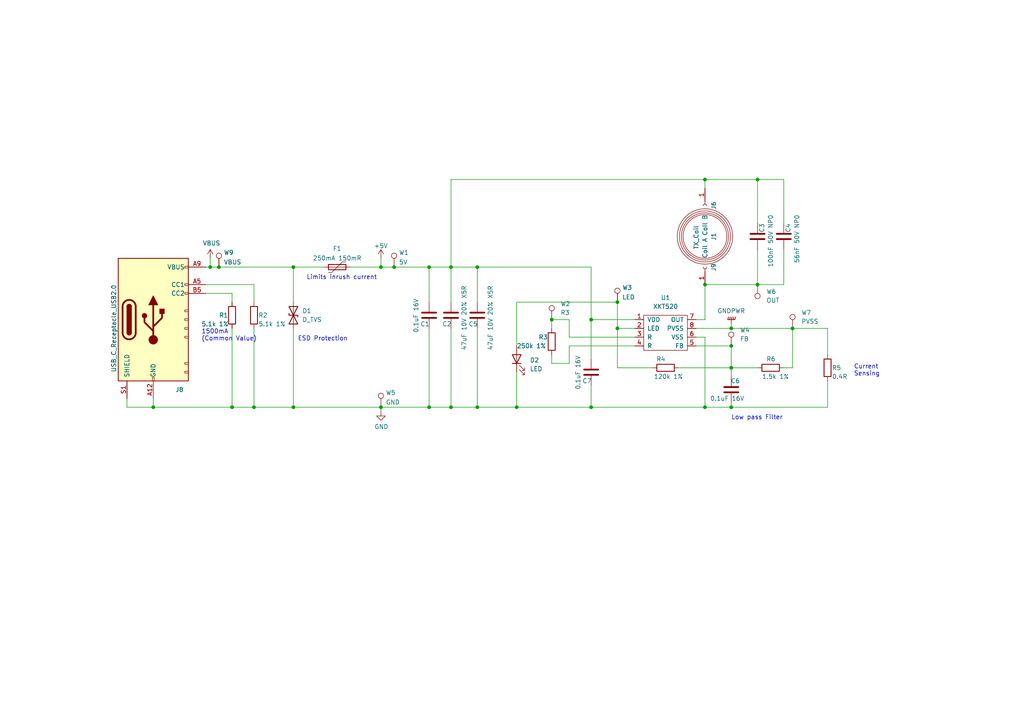
<source format=kicad_sch>
(kicad_sch (version 20211123) (generator eeschema)
  (paper "A4")
  (lib_symbols
    (symbol "Connector:Conn_01x01_Female" (pin_names (offset 1.016) hide)
      (property "Reference" "J" (at 0 2.54 0))
      (property "Value" "Conn_01x01_Female" (at 0 -2.54 0))
      (symbol "Conn_01x01_Female_1_1"
        (polyline (pts (xy -1.27 0) (xy -0.508 0)) (stroke (width 0.1524)))
        (arc (start 0 0.508) (mid -0.508 0) (end 0 -0.508) (stroke (width 0.1524)))
        (pin passive line (at -5.08 0 0) (length 3.81) (name "Pin_1") (number "1"))
      )
    )
    (symbol "Device:C" (pin_numbers hide) (pin_names (offset 0.254))
      (property "Reference" "C" (at 0.635 2.54 0))
      (property "Value" "C" (at 0.635 -2.54 0))
      (symbol "C_0_1"
        (polyline (pts (xy -2.032 -0.762) (xy 2.032 -0.762)) (stroke (width 0.508)))
        (polyline (pts (xy -2.032 0.762) (xy 2.032 0.762)) (stroke (width 0.508)))
      )
      (symbol "C_1_1"
        (pin passive line (at 0 3.81 270) (length 2.794) (name "~") (number "1"))
        (pin passive line (at 0 -3.81 90) (length 2.794) (name "~") (number "2"))
      )
    )
    (symbol "Device:D_TVS" (pin_numbers hide) (pin_names (offset 1.016) hide)
      (property "Reference" "D" (at 0 2.54 0))
      (property "Value" "D_TVS" (at 0 -2.54 0))
      (symbol "D_TVS_0_1"
        (polyline (pts (xy 1.27 0) (xy -1.27 0)))
        (polyline (pts (xy 0.508 1.27) (xy 0 1.27) (xy 0 -1.27) (xy -0.508 -1.27)) (stroke (width 0.254)))
        (polyline (pts (xy -2.54 1.27) (xy -2.54 -1.27) (xy 2.54 1.27) (xy 2.54 -1.27) (xy -2.54 1.27)) (stroke (width 0.254)))
      )
      (symbol "D_TVS_1_1"
        (pin passive line (at -3.81 0 0) (length 2.54) (name "A1") (number "1"))
        (pin passive line (at 3.81 0 180) (length 2.54) (name "A2") (number "2"))
      )
    )
    (symbol "Device:LED" (pin_numbers hide) (pin_names (offset 1.016) hide)
      (property "Reference" "D" (at 0 2.54 0))
      (property "Value" "LED" (at 0 -2.54 0))
      (symbol "LED_0_1"
        (polyline (pts (xy -1.27 -1.27) (xy -1.27 1.27)) (stroke (width 0.254)))
        (polyline (pts (xy -1.27 0) (xy 1.27 0)))
        (polyline (pts (xy 1.27 -1.27) (xy 1.27 1.27) (xy -1.27 0) (xy 1.27 -1.27)) (stroke (width 0.254)))
        (polyline (pts (xy -3.048 -0.762) (xy -4.572 -2.286) (xy -3.81 -2.286) (xy -4.572 -2.286) (xy -4.572 -1.524)))
        (polyline (pts (xy -1.778 -0.762) (xy -3.302 -2.286) (xy -2.54 -2.286) (xy -3.302 -2.286) (xy -3.302 -1.524)))
      )
      (symbol "LED_1_1"
        (pin passive line (at -3.81 0 0) (length 2.54) (name "K") (number "1"))
        (pin passive line (at 3.81 0 180) (length 2.54) (name "A") (number "2"))
      )
    )
    (symbol "Device:Polyfuse" (pin_numbers hide) (pin_names (offset 0))
      (property "Reference" "F" (at -2.54 0 90))
      (property "Value" "Polyfuse" (at 2.54 0 90))
      (symbol "Polyfuse_0_1"
        (rectangle (start -0.762 2.54) (end 0.762 -2.54) (stroke (width 0.254)))
        (polyline (pts (xy 0 2.54) (xy 0 -2.54)))
        (polyline (pts (xy -1.524 2.54) (xy -1.524 1.524) (xy 1.524 -1.524) (xy 1.524 -2.54)))
      )
      (symbol "Polyfuse_1_1"
        (pin passive line (at 0 3.81 270) (length 1.27) (name "~") (number "1"))
        (pin passive line (at 0 -3.81 90) (length 1.27) (name "~") (number "2"))
      )
    )
    (symbol "Device:R" (pin_numbers hide) (pin_names (offset 0))
      (property "Reference" "R" (at 2.032 0 90))
      (property "Value" "R" (at 0 0 90))
      (symbol "R_0_1"
        (rectangle (start -1.016 -2.54) (end 1.016 2.54) (stroke (width 0.254)))
      )
      (symbol "R_1_1"
        (pin passive line (at 0 3.81 270) (length 1.27) (name "~") (number "1"))
        (pin passive line (at 0 -3.81 90) (length 1.27) (name "~") (number "2"))
      )
    )
    (symbol "Pixels-dice:TEST_1P-conn" (pin_numbers hide) (pin_names (offset 0.762) hide)
      (property "Reference" "W" (at 0 6.858 0))
      (property "Value" "TEST_1P-conn" (at 0 5.08 0))
      (symbol "TEST_1P-conn_0_1"
        (circle (center 0 3.302) (radius 0.762))
      )
      (symbol "TEST_1P-conn_1_1"
        (pin passive line (at 0 0 90) (length 2.54) (name "1") (number "1"))
      )
    )
    (symbol "Pixels-dice:TX_Coil"
      (property "Reference" "J" (at 0 10.16 0))
      (property "Value" "TX_Coil" (at 0 -10.16 0))
      (symbol "TX_Coil_0_1"
        (circle (center 0 0) (radius 6.35))
        (circle (center 0 0) (radius 6.8392))
        (circle (center 0 0) (radius 7.4053))
        (circle (center 0 0) (radius 8.0322))
      )
    )
    (symbol "Pixels-dice:USB_C_Receptacle_USB2.0" (pin_names (offset 1.016))
      (property "Reference" "J" (at -10.16 19.05 0))
      (property "Value" "USB_C_Receptacle_USB2.0" (at 19.05 19.05 0))
      (symbol "USB_C_Receptacle_USB2.0_0_0"
        (rectangle (start -0.254 -17.78) (end 0.254 -16.764))
        (rectangle (start 10.16 -14.986) (end 9.144 -15.494))
        (rectangle (start 10.16 -12.446) (end 9.144 -12.954))
        (rectangle (start 10.16 -4.826) (end 9.144 -5.334))
        (rectangle (start 10.16 -2.286) (end 9.144 -2.794))
        (rectangle (start 10.16 0.254) (end 9.144 -0.254))
        (rectangle (start 10.16 2.794) (end 9.144 2.286))
        (rectangle (start 10.16 7.874) (end 9.144 7.366))
        (rectangle (start 10.16 10.414) (end 9.144 9.906))
        (rectangle (start 10.16 15.494) (end 9.144 14.986))
      )
      (symbol "USB_C_Receptacle_USB2.0_0_1"
        (rectangle (start -10.16 17.78) (end 10.16 -17.78) (stroke (width 0.254)) (fill (type background)))
        (arc (start -8.89 -3.81) (mid -6.985 -5.715) (end -5.08 -3.81) (stroke (width 0.508)))
        (arc (start -7.62 -3.81) (mid -6.985 -4.445) (end -6.35 -3.81) (stroke (width 0.254)))
        (arc (start -7.62 -3.81) (mid -6.985 -4.445) (end -6.35 -3.81) (stroke (width 0.254)) (fill (type outline)))
        (rectangle (start -7.62 -3.81) (end -6.35 3.81) (stroke (width 0.254)) (fill (type outline)))
        (arc (start -6.35 3.81) (mid -6.985 4.445) (end -7.62 3.81) (stroke (width 0.254)))
        (arc (start -6.35 3.81) (mid -6.985 4.445) (end -7.62 3.81) (stroke (width 0.254)) (fill (type outline)))
        (arc (start -5.08 3.81) (mid -6.985 5.715) (end -8.89 3.81) (stroke (width 0.508)))
        (circle (center -2.54 1.143) (radius 0.635) (stroke (width 0.254)) (fill (type outline)))
        (circle (center 0 -5.842) (radius 1.27) (fill (type outline)))
        (polyline (pts (xy -8.89 -3.81) (xy -8.89 3.81)) (stroke (width 0.508)))
        (polyline (pts (xy -5.08 3.81) (xy -5.08 -3.81)) (stroke (width 0.508)))
        (polyline (pts (xy 0 -5.842) (xy 0 4.318)) (stroke (width 0.508)))
        (polyline (pts (xy 0 -3.302) (xy -2.54 -0.762) (xy -2.54 0.508)) (stroke (width 0.508)))
        (polyline (pts (xy 0 -2.032) (xy 2.54 0.508) (xy 2.54 1.778)) (stroke (width 0.508)))
        (polyline (pts (xy -1.27 4.318) (xy 0 6.858) (xy 1.27 4.318) (xy -1.27 4.318)) (stroke (width 0.254)) (fill (type outline)))
        (rectangle (start 1.905 1.778) (end 3.175 3.048) (stroke (width 0.254)) (fill (type outline)))
      )
      (symbol "USB_C_Receptacle_USB2.0_1_1"
        (pin passive line (at 0 -22.86 90) (length 5.08) (name "GND") (number "A12"))
        (pin bidirectional line (at 15.24 10.16 180) (length 5.08) (name "CC1") (number "A5"))
        (pin passive line (at 15.24 15.24 180) (length 5.08) (name "VBUS") (number "A9"))
        (pin passive line (at 0 -22.86 90) (length 5.08) hide (name "GND") (number "B12"))
        (pin bidirectional line (at 15.24 7.62 180) (length 5.08) (name "CC2") (number "B5"))
        (pin passive line (at 15.24 15.24 180) (length 5.08) hide (name "VBUS") (number "B9"))
        (pin passive line (at -7.62 -22.86 90) (length 5.08) (name "SHIELD") (number "S1"))
      )
    )
    (symbol "Pixels-dice:XKT520" (pin_names (offset 1.016))
      (property "Reference" "U" (at 0 6.35 0))
      (property "Value" "XKT520" (at 0 -6.35 0))
      (symbol "XKT520_0_1"
        (rectangle (start -6.35 5.08) (end 6.35 -5.08))
      )
      (symbol "XKT520_1_1"
        (pin power_in line (at -8.89 3.81 0) (length 2.54) (name "VDD") (number "1"))
        (pin output line (at -8.89 1.27 0) (length 2.54) (name "LED") (number "2"))
        (pin passive line (at -8.89 -1.27 0) (length 2.54) (name "R") (number "3"))
        (pin passive line (at -8.89 -3.81 0) (length 2.54) (name "R") (number "4"))
        (pin input line (at 8.89 -3.81 180) (length 2.54) (name "FB") (number "5"))
        (pin power_in line (at 8.89 -1.27 180) (length 2.54) (name "VSS") (number "6"))
        (pin output line (at 8.89 3.81 180) (length 2.54) (name "OUT") (number "7"))
        (pin output line (at 8.89 1.27 180) (length 2.54) (name "PVSS") (number "8"))
      )
    )
    (symbol "power:+5V" (power) (pin_names (offset 0))
      (property "Value" "+5V" (at 0 3.556 0))
      (symbol "+5V_0_1"
        (polyline (pts (xy -0.762 1.27) (xy 0 2.54)))
        (polyline (pts (xy 0 0) (xy 0 2.54)))
        (polyline (pts (xy 0 2.54) (xy 0.762 1.27)))
      )
      (symbol "+5V_1_1"
        (pin power_in line (at 0 0 90) (length 0) hide (name "+5V") (number "1"))
      )
    )
    (symbol "power:GND" (power) (pin_names (offset 0))
      (property "Value" "GND" (at 0 -3.81 0))
      (symbol "GND_0_1"
        (polyline (pts (xy 0 0) (xy 0 -1.27) (xy 1.27 -1.27) (xy 0 -2.54) (xy -1.27 -1.27) (xy 0 -1.27)))
      )
      (symbol "GND_1_1"
        (pin power_in line (at 0 0 270) (length 0) hide (name "GND") (number "1"))
      )
    )
    (symbol "power:GNDPWR" (power) (pin_names (offset 0))
      (property "Value" "GNDPWR" (at 0 -3.302 0))
      (symbol "GNDPWR_0_1"
        (polyline (pts (xy 0 -1.27) (xy 0 0)))
        (polyline (pts (xy -1.016 -1.27) (xy -1.27 -2.032) (xy -1.27 -2.032)) (stroke (width 0.2032)))
        (polyline (pts (xy -0.508 -1.27) (xy -0.762 -2.032) (xy -0.762 -2.032)) (stroke (width 0.2032)))
        (polyline (pts (xy 0 -1.27) (xy -0.254 -2.032) (xy -0.254 -2.032)) (stroke (width 0.2032)))
        (polyline (pts (xy 0.508 -1.27) (xy 0.254 -2.032) (xy 0.254 -2.032)) (stroke (width 0.2032)))
        (polyline (pts (xy 1.016 -1.27) (xy -1.016 -1.27) (xy -1.016 -1.27)) (stroke (width 0.2032)))
        (polyline (pts (xy 1.016 -1.27) (xy 0.762 -2.032) (xy 0.762 -2.032) (xy 0.762 -2.032)) (stroke (width 0.2032)))
      )
      (symbol "GNDPWR_1_1"
        (pin power_in line (at 0 0 270) (length 0) hide (name "GNDPWR") (number "1"))
      )
    )
    (symbol "power:VBUS" (power) (pin_names (offset 0))
      (property "Value" "VBUS" (at 0 3.81 0))
      (symbol "VBUS_0_1"
        (polyline (pts (xy -0.762 1.27) (xy 0 2.54)))
        (polyline (pts (xy 0 0) (xy 0 2.54)))
        (polyline (pts (xy 0 2.54) (xy 0.762 1.27)))
      )
      (symbol "VBUS_1_1"
        (pin power_in line (at 0 0 90) (length 0) hide (name "VBUS") (number "1"))
      )
    )
  )
  (junction (at 171.45 92.71))
  (junction (at 204.47 52.07))
  (junction (at 110.49 77.47))
  (junction (at 171.45 118.11))
  (junction (at 130.81 77.47))
  (junction (at 212.09 100.33))
  (junction (at 138.43 77.47))
  (junction (at 219.71 82.55))
  (junction (at 130.81 118.11))
  (junction (at 110.49 118.11))
  (junction (at 124.46 118.11))
  (junction (at 44.45 118.11))
  (junction (at 73.66 118.11))
  (junction (at 67.31 118.11))
  (junction (at 212.09 106.68))
  (junction (at 149.86 118.11))
  (junction (at 85.09 118.11))
  (junction (at 60.96 77.47))
  (junction (at 219.71 52.07))
  (junction (at 114.3 77.47))
  (junction (at 63.5 77.47))
  (junction (at 138.43 118.11))
  (junction (at 212.09 118.11))
  (junction (at 204.47 82.55))
  (junction (at 124.46 77.47))
  (junction (at 229.87 95.25))
  (junction (at 179.07 95.25))
  (junction (at 212.09 95.25))
  (junction (at 179.07 87.63))
  (junction (at 204.47 118.11))
  (junction (at 85.09 77.47))
  (junction (at 160.02 92.71))
  (wire (pts (xy 165.1 92.71) (xy 160.02 92.71)))
  (wire (pts (xy 227.33 106.68) (xy 229.87 106.68)))
  (wire (pts (xy 212.09 93.98) (xy 212.09 95.25)))
  (wire (pts (xy 165.1 105.41) (xy 160.02 105.41)))
  (wire (pts (xy 204.47 54.61) (xy 204.47 52.07)))
  (wire (pts (xy 219.71 82.55) (xy 204.47 82.55)))
  (wire (pts (xy 212.09 106.68) (xy 212.09 109.22)))
  (wire (pts (xy 179.07 106.68) (xy 189.23 106.68)))
  (wire (pts (xy 204.47 92.71) (xy 201.93 92.71)))
  (wire (pts (xy 212.09 95.25) (xy 229.87 95.25)))
  (wire (pts (xy 212.09 106.68) (xy 219.71 106.68)))
  (wire (pts (xy 165.1 92.71) (xy 165.1 97.79)))
  (wire (pts (xy 212.09 100.33) (xy 201.93 100.33)))
  (wire (pts (xy 196.85 106.68) (xy 212.09 106.68)))
  (wire (pts (xy 179.07 95.25) (xy 179.07 87.63)))
  (wire (pts (xy 73.66 118.11) (xy 85.09 118.11)))
  (wire (pts (xy 67.31 118.11) (xy 73.66 118.11)))
  (wire (pts (xy 130.81 52.07) (xy 204.47 52.07)))
  (wire (pts (xy 149.86 118.11) (xy 171.45 118.11)))
  (wire (pts (xy 130.81 77.47) (xy 138.43 77.47)))
  (wire (pts (xy 138.43 77.47) (xy 171.45 77.47)))
  (wire (pts (xy 219.71 72.39) (xy 219.71 82.55)))
  (wire (pts (xy 219.71 52.07) (xy 204.47 52.07)))
  (wire (pts (xy 110.49 118.11) (xy 110.49 119.38)))
  (wire (pts (xy 110.49 118.11) (xy 124.46 118.11)))
  (wire (pts (xy 165.1 105.41) (xy 165.1 100.33)))
  (wire (pts (xy 219.71 52.07) (xy 219.71 64.77)))
  (wire (pts (xy 85.09 95.25) (xy 85.09 118.11)))
  (wire (pts (xy 60.96 74.93) (xy 60.96 77.47)))
  (wire (pts (xy 85.09 77.47) (xy 85.09 87.63)))
  (wire (pts (xy 130.81 77.47) (xy 130.81 87.63)))
  (wire (pts (xy 138.43 118.11) (xy 149.86 118.11)))
  (wire (pts (xy 229.87 95.25) (xy 240.03 95.25)))
  (wire (pts (xy 204.47 97.79) (xy 204.47 118.11)))
  (wire (pts (xy 36.83 115.57) (xy 36.83 118.11)))
  (wire (pts (xy 130.81 52.07) (xy 130.81 77.47)))
  (wire (pts (xy 85.09 77.47) (xy 93.98 77.47)))
  (wire (pts (xy 204.47 82.55) (xy 204.47 92.71)))
  (wire (pts (xy 240.03 118.11) (xy 212.09 118.11)))
  (wire (pts (xy 85.09 118.11) (xy 110.49 118.11)))
  (wire (pts (xy 171.45 92.71) (xy 171.45 104.14)))
  (wire (pts (xy 227.33 72.39) (xy 227.33 82.55)))
  (wire (pts (xy 73.66 95.25) (xy 73.66 118.11)))
  (wire (pts (xy 67.31 85.09) (xy 67.31 87.63)))
  (wire (pts (xy 227.33 82.55) (xy 219.71 82.55)))
  (wire (pts (xy 227.33 52.07) (xy 219.71 52.07)))
  (wire (pts (xy 44.45 118.11) (xy 67.31 118.11)))
  (wire (pts (xy 212.09 106.68) (xy 212.09 100.33)))
  (wire (pts (xy 179.07 95.25) (xy 184.15 95.25)))
  (wire (pts (xy 124.46 95.25) (xy 124.46 118.11)))
  (wire (pts (xy 138.43 95.25) (xy 138.43 118.11)))
  (wire (pts (xy 124.46 77.47) (xy 130.81 77.47)))
  (wire (pts (xy 171.45 77.47) (xy 171.45 92.71)))
  (wire (pts (xy 130.81 95.25) (xy 130.81 118.11)))
  (wire (pts (xy 229.87 106.68) (xy 229.87 95.25)))
  (wire (pts (xy 149.86 107.95) (xy 149.86 118.11)))
  (wire (pts (xy 160.02 105.41) (xy 160.02 102.87)))
  (wire (pts (xy 110.49 74.93) (xy 110.49 77.47)))
  (wire (pts (xy 171.45 92.71) (xy 184.15 92.71)))
  (wire (pts (xy 227.33 64.77) (xy 227.33 52.07)))
  (wire (pts (xy 171.45 111.76) (xy 171.45 118.11)))
  (wire (pts (xy 160.02 92.71) (xy 160.02 95.25)))
  (wire (pts (xy 138.43 77.47) (xy 138.43 87.63)))
  (wire (pts (xy 149.86 87.63) (xy 149.86 100.33)))
  (wire (pts (xy 240.03 95.25) (xy 240.03 102.87)))
  (wire (pts (xy 114.3 77.47) (xy 124.46 77.47)))
  (wire (pts (xy 101.6 77.47) (xy 110.49 77.47)))
  (wire (pts (xy 36.83 118.11) (xy 44.45 118.11)))
  (wire (pts (xy 59.69 85.09) (xy 67.31 85.09)))
  (wire (pts (xy 73.66 82.55) (xy 73.66 87.63)))
  (wire (pts (xy 59.69 82.55) (xy 73.66 82.55)))
  (wire (pts (xy 165.1 100.33) (xy 184.15 100.33)))
  (wire (pts (xy 201.93 95.25) (xy 212.09 95.25)))
  (wire (pts (xy 240.03 110.49) (xy 240.03 118.11)))
  (wire (pts (xy 130.81 118.11) (xy 138.43 118.11)))
  (wire (pts (xy 59.69 77.47) (xy 60.96 77.47)))
  (wire (pts (xy 44.45 115.57) (xy 44.45 118.11)))
  (wire (pts (xy 110.49 77.47) (xy 114.3 77.47)))
  (wire (pts (xy 179.07 95.25) (xy 179.07 106.68)))
  (wire (pts (xy 124.46 87.63) (xy 124.46 77.47)))
  (wire (pts (xy 204.47 97.79) (xy 201.93 97.79)))
  (wire (pts (xy 204.47 118.11) (xy 212.09 118.11)))
  (wire (pts (xy 149.86 87.63) (xy 179.07 87.63)))
  (wire (pts (xy 60.96 77.47) (xy 63.5 77.47)))
  (wire (pts (xy 67.31 95.25) (xy 67.31 118.11)))
  (wire (pts (xy 212.09 116.84) (xy 212.09 118.11)))
  (wire (pts (xy 63.5 77.47) (xy 85.09 77.47)))
  (wire (pts (xy 171.45 118.11) (xy 204.47 118.11)))
  (wire (pts (xy 165.1 97.79) (xy 184.15 97.79)))
  (wire (pts (xy 124.46 118.11) (xy 130.81 118.11)))
  (text "ESD Protection" (at 86.36 99.06 0) (effects (font (size 1.27 1.27)) (justify left bottom)))
  (text "Current\nSensing" (at 247.65 109.22 0) (effects (font (size 1.27 1.27)) (justify left bottom)))
  (text "Low pass Filter" (at 212.09 121.92 0) (effects (font (size 1.27 1.27)) (justify left bottom)))
  (text "Limits inrush current" (at 88.9 81.28 0) (effects (font (size 1.27 1.27)) (justify left bottom)))
  (text "1500mA\n(Common Value)" (at 58.42 99.06 0) (effects (font (size 1.27 1.27)) (justify left bottom)))
  (symbol (lib_id "Pixels-dice:USB_C_Receptacle_USB2.0") (at 44.45 92.71 0) (unit 1)
    (property "Reference" "J8" (at 52.07 113.03 0))
    (property "Value" "USB_C_Receptacle_USB2.0" (at 33.02 95.25 90))
    (property "Footprint" "Pixels-dice:USB-C-SMD_10P-P1.00-L6.8-W8.9" (effects hide))
    (property "Datasheet" "https://www.usb.org/sites/default/files/documents/usb_type-c.zip" (effects hide))
    (property "LCSC Part Number" "C283540" (effects hide))
    (property "Part Number" "TYPE-C-31-M-17" (effects hide))
    (property "Manufacturer" "Korean Hroparts Elec" (effects hide))
    (property "Pixels Part Number" "SMD-J108" (effects hide))
  )
  (symbol (lib_id "Device:C") (at 227.33 68.58 0) (mirror x) (unit 1)
    (property "Reference" "C4" (at 228.6 64.77 90) (effects (justify left)))
    (property "Value" "56nF 50V NP0" (at 231.14 62.23 90) (effects (justify left)))
    (property "Footprint" "Capacitor_SMD:C_1206_3216Metric" (effects hide))
    (property "LCSC Part Number" "C441752" (effects hide))
    (property "Part Number" "GRM31M5C1H563JA01L" (effects hide))
    (property "Manufacturer" "Murata" (effects hide))
    (property "Pixels Part Number" "SMD-C104" (effects hide))
  )
  (symbol (lib_id "Device:R") (at 73.66 91.44 180) (unit 1)
    (property "Reference" "R2" (at 74.93 91.44 0) (effects (justify right)))
    (property "Value" "5.1k 1%" (at 74.93 93.98 0) (effects (justify right)))
    (property "Footprint" "Resistor_SMD:R_0402_1005Metric" (effects hide))
    (property "LCSC Part Number" "C25905" (effects hide))
    (property "Part Number" "0402WGF5101TCE" (effects hide))
    (property "Manufacturer" "UNI-ROYAL(Uniroyal Elec)" (effects hide))
    (property "Pixels Part Number" "SMD-R101" (effects hide))
  )
  (symbol (lib_id "Device:C") (at 130.81 91.44 0) (unit 1)
    (property "Reference" "C2" (at 128.27 93.98 0) (effects (justify left)))
    (property "Value" "47uF 10V 20% X5R" (at 134.62 101.6 90) (effects (justify left)))
    (property "Footprint" "Capacitor_SMD:C_1206_3216Metric" (effects hide))
    (property "LCSC Part Number" "C312983" (effects hide))
    (property "Part Number" "GRM31CR61A107ME05L" (effects hide))
    (property "Manufacturer" "Murata" (effects hide))
    (property "Pixels Part Number" "SMD-C102" (effects hide))
  )
  (symbol (lib_id "Device:C") (at 124.46 91.44 0) (unit 1)
    (property "Reference" "C1" (at 121.92 93.98 0) (effects (justify left)))
    (property "Value" "0.1uF 16V" (at 120.65 96.52 90) (effects (justify left)))
    (property "Footprint" "Capacitor_SMD:C_0603_1608Metric" (effects hide))
    (property "LCSC Part Number" "C66501" (effects hide))
    (property "Part Number" "CL10B104KO8NNNC" (effects hide))
    (property "Manufacturer" "Samsung Electro-Mechanics" (effects hide))
    (property "Pixels Part Number" "SMD-C101" (effects hide))
  )
  (symbol (lib_id "Connector:Conn_01x01_Female") (at 204.47 77.47 270) (mirror x) (unit 1)
    (property "Reference" "J9" (at 207.01 78.74 0) (effects (justify left)))
    (property "Value" "Coil A" (at 204.47 74.93 0) (effects (justify left)))
    (property "Footprint" "TestPoint:TestPoint_THTPad_D2.0mm_Drill1.0mm" (effects hide))
  )
  (symbol (lib_id "Connector:Conn_01x01_Female") (at 204.47 59.69 90) (mirror x) (unit 1)
    (property "Reference" "J6" (at 207.01 58.42 0) (effects (justify left)))
    (property "Value" "Coil B" (at 204.47 62.23 0) (effects (justify left)))
    (property "Footprint" "TestPoint:TestPoint_THTPad_D2.0mm_Drill1.0mm" (effects hide))
  )
  (symbol (lib_id "Device:R") (at 67.31 91.44 180) (unit 1)
    (property "Reference" "R1" (at 63.5 91.44 0) (effects (justify right)))
    (property "Value" "5.1k 1%" (at 58.42 93.98 0) (effects (justify right)))
    (property "Footprint" "Resistor_SMD:R_0402_1005Metric" (effects hide))
    (property "LCSC Part Number" "C25905" (effects hide))
    (property "Part Number" "0402WGF5101TCE" (effects hide))
    (property "Manufacturer" "UNI-ROYAL(Uniroyal Elec)" (effects hide))
    (property "Pixels Part Number" "SMD-R101" (effects hide))
  )
  (symbol (lib_id "power:VBUS") (at 60.96 74.93 0) (unit 1)
    (property "Reference" "#PWR01" (effects hide))
    (property "Value" "VBUS" (at 61.341 70.5358 0))
  )
  (symbol (lib_id "Pixels-dice:TEST_1P-conn") (at 229.87 95.25 0) (unit 1)
    (property "Reference" "W7" (at 232.41 90.6779 0) (effects (justify left)))
    (property "Value" "PVSS" (at 232.41 93.2179 0) (effects (justify left)))
    (property "Footprint" "Pixels-dice:TEST_PIN" (effects hide))
  )
  (symbol (lib_id "Pixels-dice:TEST_1P-conn") (at 212.09 100.33 0) (unit 1)
    (property "Reference" "W4" (at 214.63 95.7579 0) (effects (justify left)))
    (property "Value" "FB" (at 214.63 98.2979 0) (effects (justify left)))
    (property "Footprint" "Pixels-dice:TEST_PIN" (effects hide))
  )
  (symbol (lib_id "Pixels-dice:TEST_1P-conn") (at 160.02 92.71 0) (unit 1)
    (property "Reference" "W2" (at 162.56 88.1379 0) (effects (justify left)))
    (property "Value" "R3" (at 162.56 90.6779 0) (effects (justify left)))
    (property "Footprint" "Pixels-dice:TEST_PIN" (effects hide))
  )
  (symbol (lib_id "Device:LED") (at 149.86 104.14 90) (unit 1)
    (property "Reference" "D2" (at 153.67 104.4574 90) (effects (justify right)))
    (property "Value" "LED" (at 153.67 106.9974 90) (effects (justify right)))
    (property "Footprint" "LED_SMD:LED_0603_1608Metric" (effects hide))
    (property "LCSC Part Number" "C125099" (effects hide))
    (property "Manufacturer" "Lite-On" (effects hide))
    (property "Part Number" "LTST-C191KRKT" (effects hide))
  )
  (symbol (lib_id "Device:C") (at 219.71 68.58 0) (mirror x) (unit 1)
    (property "Reference" "C3" (at 220.98 64.77 90) (effects (justify left)))
    (property "Value" "100nF 50V NP0" (at 223.52 62.23 90) (effects (justify left)))
    (property "Footprint" "Capacitor_SMD:C_1206_3216Metric" (effects hide))
    (property "LCSC Part Number" "C21812" (effects hide))
    (property "Part Number" "GRM31C5C1H104JA01L" (effects hide))
    (property "Manufacturer" "Murata" (effects hide))
    (property "Pixels Part Number" "SMD-C103" (effects hide))
  )
  (symbol (lib_id "power:GNDPWR") (at 212.09 93.98 180) (unit 1)
    (property "Reference" "#PWR02" (effects hide))
    (property "Value" "GNDPWR" (at 212.09 90.17 0))
  )
  (symbol (lib_id "Pixels-dice:TEST_1P-conn") (at 110.49 118.11 0) (unit 1)
    (property "Reference" "W5" (at 111.887 113.8995 0) (effects (justify left)))
    (property "Value" "GND" (at 111.887 116.6746 0) (effects (justify left)))
    (property "Footprint" "Pixels-dice:TEST_PIN" (effects hide))
  )
  (symbol (lib_id "power:GND") (at 110.49 119.38 0) (unit 1)
    (property "Reference" "#PWR03" (effects hide))
    (property "Value" "GND" (at 110.617 123.7742 0))
  )
  (symbol (lib_id "Pixels-dice:TEST_1P-conn") (at 179.07 87.63 0) (unit 1)
    (property "Reference" "W3" (at 180.467 83.4195 0) (effects (justify left)))
    (property "Value" "LED" (at 180.467 86.1946 0) (effects (justify left)))
    (property "Footprint" "Pixels-dice:TEST_PIN" (effects hide))
  )
  (symbol (lib_id "Pixels-dice:TEST_1P-conn") (at 114.3 77.47 0) (unit 1)
    (property "Reference" "W1" (at 115.697 73.2595 0) (effects (justify left)))
    (property "Value" "5V" (at 115.697 76.0346 0) (effects (justify left)))
    (property "Footprint" "Pixels-dice:TEST_PIN" (effects hide))
  )
  (symbol (lib_id "Pixels-dice:TEST_1P-conn") (at 219.71 82.55 180) (unit 1)
    (property "Reference" "W6" (at 222.25 84.5819 0) (effects (justify right)))
    (property "Value" "OUT" (at 222.25 87.1219 0) (effects (justify right)))
    (property "Footprint" "Pixels-dice:TEST_PIN" (effects hide))
  )
  (symbol (lib_id "Device:R") (at 223.52 106.68 90) (unit 1)
    (property "Reference" "R6" (at 222.25 104.14 90) (effects (justify right)))
    (property "Value" "1.5k 1%" (at 220.98 109.22 90) (effects (justify right)))
    (property "Footprint" "Resistor_SMD:R_0402_1005Metric" (effects hide))
    (property "LCSC Part Number" "C25543" (effects hide))
    (property "Part Number" "0402WGJ0102TCE" (effects hide))
    (property "Manufacturer" "UNI-ROYAL(Uniroyal Elec)" (effects hide))
  )
  (symbol (lib_id "Device:C") (at 212.09 113.03 180) (unit 1)
    (property "Reference" "C6" (at 214.63 110.49 0) (effects (justify left)))
    (property "Value" "0.1uF 16V" (at 215.9 115.57 0) (effects (justify left)))
    (property "Footprint" "Capacitor_SMD:C_0603_1608Metric" (effects hide))
    (property "LCSC Part Number" "C66501" (effects hide))
    (property "Part Number" "CL10B104KO8NNNC" (effects hide))
    (property "Manufacturer" "Samsung Electro-Mechanics" (effects hide))
    (property "Pixels Part Number" "SMD-C101" (effects hide))
  )
  (symbol (lib_id "Pixels-dice:XKT520") (at 193.04 96.52 0) (unit 1)
    (property "Reference" "U1" (at 193.04 86.36 0))
    (property "Value" "XKT520" (at 193.04 88.9 0))
    (property "Footprint" "Pixels-dice:SOIC-8_3.9x4.9mm_P1.27mm" (effects hide))
  )
  (symbol (lib_id "Device:D_TVS") (at 85.09 91.44 270) (unit 1)
    (property "Reference" "D1" (at 87.63 90.1699 90) (effects (justify left)))
    (property "Value" "D_TVS" (at 87.63 92.7099 90) (effects (justify left)))
    (property "Footprint" "Pixels-dice:DFN" (effects hide))
    (property "Manufacturer" "Murata" (effects hide))
    (property "Part Number" "LXES1UTAA1-157" (effects hide))
    (property "LCSC Part Number" "C5210979" (effects hide))
  )
  (symbol (lib_id "Device:C") (at 138.43 91.44 0) (unit 1)
    (property "Reference" "C5" (at 135.89 93.98 0) (effects (justify left)))
    (property "Value" "47uF 10V 20% X5R" (at 142.24 101.6 90) (effects (justify left)))
    (property "Footprint" "Capacitor_SMD:C_1206_3216Metric" (effects hide))
    (property "LCSC Part Number" "C312983" (effects hide))
    (property "Part Number" "GRM31CR61A107ME05L" (effects hide))
    (property "Manufacturer" "Murata" (effects hide))
    (property "Pixels Part Number" "SMD-C102" (effects hide))
  )
  (symbol (lib_id "power:+5V") (at 110.49 74.93 0) (unit 1)
    (property "Reference" "#PWR04" (effects hide))
    (property "Value" "+5V" (at 110.49 71.3255 0))
  )
  (symbol (lib_id "Device:R") (at 160.02 99.06 180) (unit 1)
    (property "Reference" "R3" (at 156.21 97.79 0) (effects (justify right)))
    (property "Value" "250k 1%" (at 149.86 100.33 0) (effects (justify right)))
    (property "Footprint" "Resistor_SMD:R_0402_1005Metric" (effects hide))
    (property "Manufacturer" "UNI-ROYAL(Uniroyal Elec)" (effects hide))
  )
  (symbol (lib_id "Pixels-dice:TX_Coil") (at 204.47 68.58 0) (unit 1)
    (property "Reference" "J1" (at 207.01 69.85 90) (effects (justify left)))
    (property "Value" "TX_Coil" (at 201.93 72.39 90) (effects (justify left)))
    (property "Footprint" "Pixels-dice:TX Coil" (effects hide))
    (property "Pixels Part Number" "THT-TXCOIL-1" (effects hide))
  )
  (symbol (lib_id "Device:R") (at 240.03 106.68 180) (unit 1)
    (property "Reference" "R5" (at 241.3 106.68 0) (effects (justify right)))
    (property "Value" "0.4R" (at 241.3 109.22 0) (effects (justify right)))
    (property "Footprint" "Resistor_SMD:R_1206_3216Metric" (effects hide))
    (property "Manufacturer" "YAGEO" (effects hide))
  )
  (symbol (lib_id "Device:R") (at 193.04 106.68 270) (unit 1)
    (property "Reference" "R4" (at 193.04 104.14 90) (effects (justify right)))
    (property "Value" "120k 1%" (at 198.12 109.22 90) (effects (justify right)))
    (property "Footprint" "Resistor_SMD:R_0402_1005Metric" (effects hide))
    (property "Manufacturer" "UNI-ROYAL(Uniroyal Elec)" (effects hide))
  )
  (symbol (lib_id "Device:C") (at 171.45 107.95 0) (unit 1)
    (property "Reference" "C7" (at 168.91 110.49 0) (effects (justify left)))
    (property "Value" "0.1uF 16V" (at 167.64 113.03 90) (effects (justify left)))
    (property "Footprint" "Capacitor_SMD:C_0603_1608Metric" (effects hide))
    (property "LCSC Part Number" "C66501" (effects hide))
    (property "Part Number" "CL10B104KO8NNNC" (effects hide))
    (property "Manufacturer" "Samsung Electro-Mechanics" (effects hide))
    (property "Pixels Part Number" "SMD-C101" (effects hide))
  )
  (symbol (lib_id "Pixels-dice:TEST_1P-conn") (at 63.5 77.47 0) (unit 1)
    (property "Reference" "W9" (at 64.897 73.2595 0) (effects (justify left)))
    (property "Value" "VBUS" (at 64.897 76.0346 0) (effects (justify left)))
    (property "Footprint" "Pixels-dice:TEST_PIN" (effects hide))
  )
  (symbol (lib_id "Device:Polyfuse") (at 97.79 77.47 90) (unit 1)
    (property "Reference" "F1" (at 97.79 72.1065 90))
    (property "Value" "250mA 150mR" (at 97.79 74.8816 90))
    (property "Footprint" "Fuse:Fuse_1206_3216Metric" (effects hide))
    (property "Manufacturer" "BHFUSE" (effects hide))
    (property "Part Number" "BSMD1206-025-33V" (effects hide))
    (property "LCSC Part Number" "C2977524" (effects hide))
  )
)
</source>
